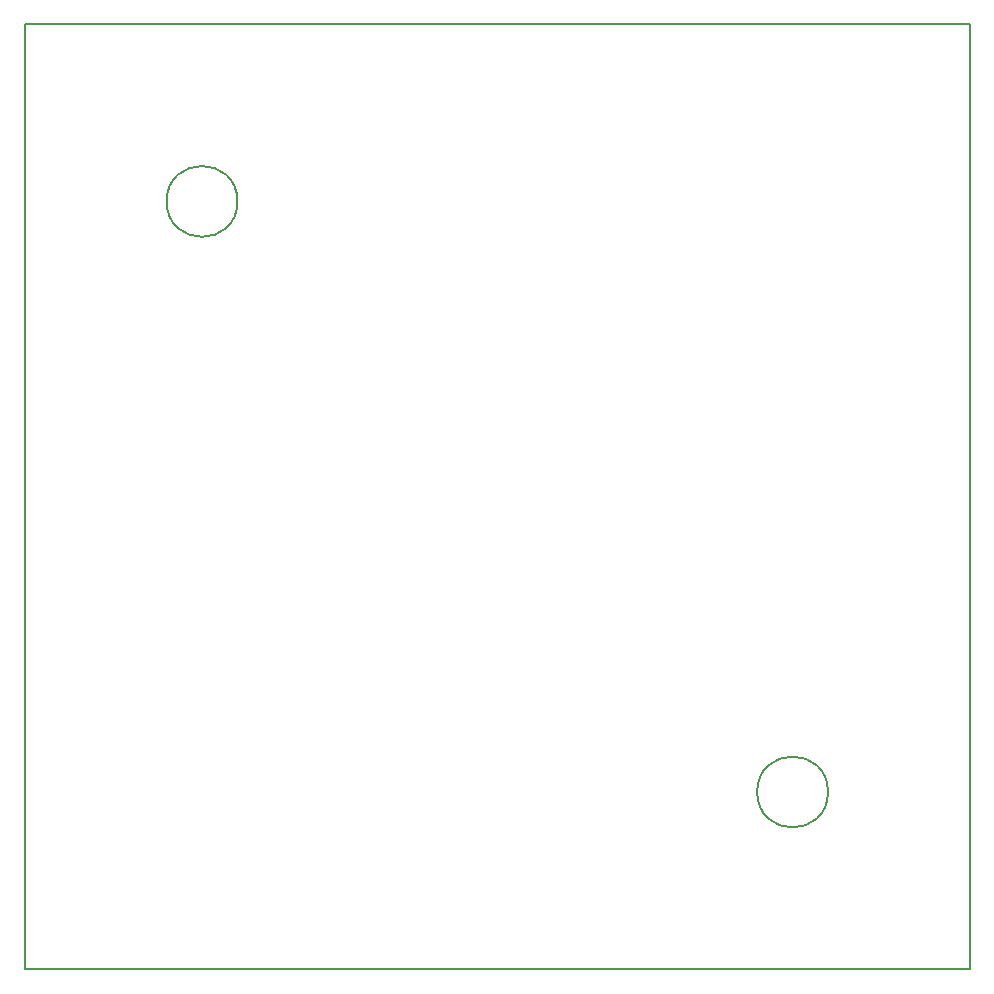
<source format=gbr>
%TF.GenerationSoftware,KiCad,Pcbnew,(6.0.4)*%
%TF.CreationDate,2022-09-19T22:09:22+05:30*%
%TF.ProjectId,fullsupply,66756c6c-7375-4707-906c-792e6b696361,rev?*%
%TF.SameCoordinates,Original*%
%TF.FileFunction,Profile,NP*%
%FSLAX46Y46*%
G04 Gerber Fmt 4.6, Leading zero omitted, Abs format (unit mm)*
G04 Created by KiCad (PCBNEW (6.0.4)) date 2022-09-19 22:09:22*
%MOMM*%
%LPD*%
G01*
G04 APERTURE LIST*
%TA.AperFunction,Profile*%
%ADD10C,0.200000*%
%TD*%
G04 APERTURE END LIST*
D10*
X76000000Y-155000000D02*
X76000000Y-75000000D01*
X76000000Y-75000000D02*
X156000000Y-75000000D01*
X94000000Y-90000000D02*
G75*
G03*
X94000000Y-90000000I-3000000J0D01*
G01*
X156000000Y-75000000D02*
X156000000Y-155000000D01*
X144000000Y-140000000D02*
G75*
G03*
X144000000Y-140000000I-3000000J0D01*
G01*
X156000000Y-155000000D02*
X76000000Y-155000000D01*
M02*

</source>
